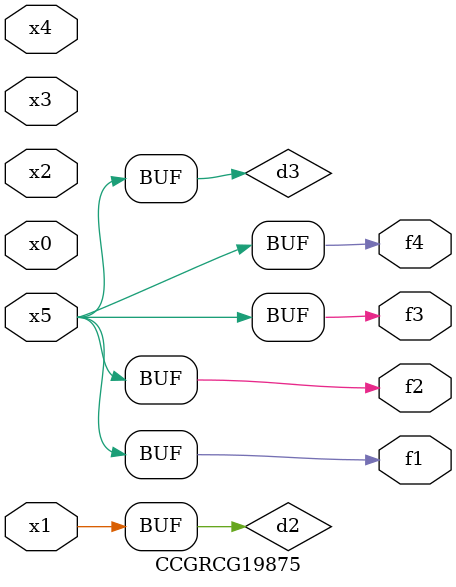
<source format=v>
module CCGRCG19875(
	input x0, x1, x2, x3, x4, x5,
	output f1, f2, f3, f4
);

	wire d1, d2, d3;

	not (d1, x5);
	or (d2, x1);
	xnor (d3, d1);
	assign f1 = d3;
	assign f2 = d3;
	assign f3 = d3;
	assign f4 = d3;
endmodule

</source>
